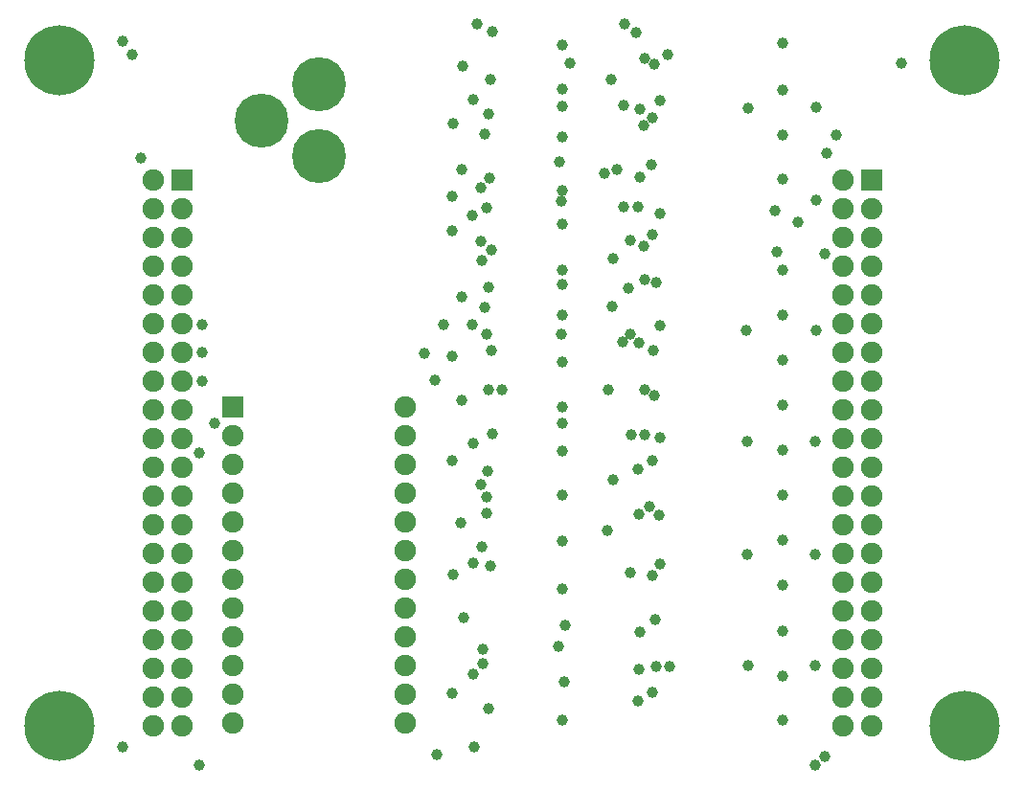
<source format=gbs>
G04*
G04 #@! TF.GenerationSoftware,Altium Limited,Altium Designer,24.2.2 (26)*
G04*
G04 Layer_Color=16711935*
%FSLAX25Y25*%
%MOIN*%
G70*
G04*
G04 #@! TF.SameCoordinates,5F3C5C40-F4FD-4A7E-B3CF-B0B929BE72FD*
G04*
G04*
G04 #@! TF.FilePolarity,Negative*
G04*
G01*
G75*
%ADD21C,0.07480*%
%ADD22C,0.18787*%
%ADD23R,0.07480X0.07480*%
%ADD24R,0.07480X0.07480*%
%ADD25C,0.24410*%
%ADD26C,0.03937*%
D21*
X292500Y190000D02*
D03*
Y110000D02*
D03*
Y120000D02*
D03*
X302500D02*
D03*
X292500Y180000D02*
D03*
X52500Y60000D02*
D03*
Y120000D02*
D03*
X62500Y170000D02*
D03*
X140400Y21000D02*
D03*
Y101000D02*
D03*
Y111000D02*
D03*
Y121000D02*
D03*
Y131000D02*
D03*
Y91000D02*
D03*
Y81000D02*
D03*
Y71000D02*
D03*
Y61000D02*
D03*
Y51000D02*
D03*
Y41000D02*
D03*
Y31000D02*
D03*
X80400Y21000D02*
D03*
Y31000D02*
D03*
Y41000D02*
D03*
Y51000D02*
D03*
Y61000D02*
D03*
Y71000D02*
D03*
Y81000D02*
D03*
Y91000D02*
D03*
Y121000D02*
D03*
Y111000D02*
D03*
Y101000D02*
D03*
X52500Y210000D02*
D03*
X62500Y200000D02*
D03*
X52500D02*
D03*
X62500Y190000D02*
D03*
X52500D02*
D03*
X62500Y180000D02*
D03*
X52500D02*
D03*
Y170000D02*
D03*
X62500Y160000D02*
D03*
X52500D02*
D03*
X62500Y150000D02*
D03*
X52500D02*
D03*
X62500Y140000D02*
D03*
X52500D02*
D03*
X62500Y130000D02*
D03*
X52500D02*
D03*
X62500Y120000D02*
D03*
Y110000D02*
D03*
X52500D02*
D03*
X62500Y100000D02*
D03*
X52500D02*
D03*
X62500Y90000D02*
D03*
X52500D02*
D03*
X62500Y80000D02*
D03*
X52500D02*
D03*
X62500Y70000D02*
D03*
X52500D02*
D03*
X62500Y60000D02*
D03*
Y50000D02*
D03*
X52500D02*
D03*
X62500Y40000D02*
D03*
X52500D02*
D03*
X62500Y30000D02*
D03*
X52500D02*
D03*
X292500Y210000D02*
D03*
X302500Y200000D02*
D03*
X292500D02*
D03*
X302500Y190000D02*
D03*
Y180000D02*
D03*
Y170000D02*
D03*
X292500D02*
D03*
X302500Y160000D02*
D03*
X292500D02*
D03*
X302500Y150000D02*
D03*
X292500D02*
D03*
X302500Y140000D02*
D03*
X292500D02*
D03*
X302500Y130000D02*
D03*
X292500D02*
D03*
X302500Y110000D02*
D03*
Y100000D02*
D03*
X292500D02*
D03*
X302500Y90000D02*
D03*
X292500D02*
D03*
X302500Y80000D02*
D03*
X292500D02*
D03*
X302500Y70000D02*
D03*
X292500D02*
D03*
X302500Y60000D02*
D03*
X292500D02*
D03*
X302500Y50000D02*
D03*
X292500D02*
D03*
X302500Y40000D02*
D03*
X292500D02*
D03*
X302500Y30000D02*
D03*
X292500D02*
D03*
Y20000D02*
D03*
X302500D02*
D03*
X52500D02*
D03*
X62500D02*
D03*
D22*
X90400Y230800D02*
D03*
X110400Y243300D02*
D03*
Y218300D02*
D03*
D23*
X80400Y131000D02*
D03*
D24*
X62500Y210000D02*
D03*
X302500D02*
D03*
D25*
X20000Y251900D02*
D03*
X335000D02*
D03*
Y20000D02*
D03*
X20000D02*
D03*
D26*
X271800Y257700D02*
D03*
X211100Y137162D02*
D03*
X223587D02*
D03*
X169400D02*
D03*
X174000D02*
D03*
X226874Y134996D02*
D03*
X194900Y194838D02*
D03*
Y241730D02*
D03*
Y131138D02*
D03*
X271700Y131900D02*
D03*
Y116000D02*
D03*
Y147400D02*
D03*
Y100500D02*
D03*
Y163100D02*
D03*
X194900Y115676D02*
D03*
X271700Y84800D02*
D03*
Y178700D02*
D03*
X277000Y195600D02*
D03*
X194900Y100400D02*
D03*
X271700Y69000D02*
D03*
X194900Y146907D02*
D03*
Y163000D02*
D03*
X271700Y53200D02*
D03*
X194900Y84600D02*
D03*
X271700Y210300D02*
D03*
Y37500D02*
D03*
X194900Y67876D02*
D03*
X271700Y225700D02*
D03*
Y22200D02*
D03*
X194900Y178700D02*
D03*
X271700Y241400D02*
D03*
X290347Y225700D02*
D03*
X194900Y22100D02*
D03*
X194906Y206558D02*
D03*
X194900Y225054D02*
D03*
X196000Y55038D02*
D03*
X195800Y35300D02*
D03*
X313100Y250900D02*
D03*
X194900Y257100D02*
D03*
X286400Y184500D02*
D03*
X269800Y185000D02*
D03*
X216200Y200649D02*
D03*
X194596Y202633D02*
D03*
X221300Y200649D02*
D03*
X168600Y200600D02*
D03*
X218841Y121400D02*
D03*
X156700Y31300D02*
D03*
X283400Y203200D02*
D03*
X229000Y159300D02*
D03*
X286300Y9600D02*
D03*
X164300Y12900D02*
D03*
X68800Y6299D02*
D03*
X283000Y6300D02*
D03*
X151300Y10000D02*
D03*
X74100Y125400D02*
D03*
X68800Y115000D02*
D03*
X69700Y140100D02*
D03*
Y150200D02*
D03*
Y159900D02*
D03*
X150500Y140600D02*
D03*
X147100Y149800D02*
D03*
X153500Y159800D02*
D03*
X164000Y38100D02*
D03*
X167400Y41800D02*
D03*
X164000Y76800D02*
D03*
Y118600D02*
D03*
X160300Y249900D02*
D03*
X159900Y213700D02*
D03*
X157000Y229900D02*
D03*
X156800Y204600D02*
D03*
X160100Y169400D02*
D03*
X156500Y192300D02*
D03*
X159800Y90900D02*
D03*
X160000Y133500D02*
D03*
X160500Y57900D02*
D03*
X156700Y148700D02*
D03*
Y112500D02*
D03*
X156900Y72800D02*
D03*
X283100Y41200D02*
D03*
X259500D02*
D03*
X283100Y79700D02*
D03*
X259300D02*
D03*
X283000Y119000D02*
D03*
X259300Y119193D02*
D03*
X283200Y157900D02*
D03*
X259100Y157700D02*
D03*
X269000Y199300D02*
D03*
X259600Y235100D02*
D03*
X283400Y235600D02*
D03*
X220700Y261500D02*
D03*
X216700Y264401D02*
D03*
X169200Y26000D02*
D03*
X221200Y28788D02*
D03*
X167176Y46624D02*
D03*
X227503Y40749D02*
D03*
X221500Y39700D02*
D03*
X226400Y31700D02*
D03*
X232400Y40900D02*
D03*
X221995Y52833D02*
D03*
X227152Y57141D02*
D03*
X193800Y47700D02*
D03*
X170000Y75700D02*
D03*
X218600Y73600D02*
D03*
X210500Y87946D02*
D03*
X166900Y82300D02*
D03*
X168600Y94100D02*
D03*
X221700Y93700D02*
D03*
X225200Y96600D02*
D03*
X228676Y93376D02*
D03*
X168800Y99900D02*
D03*
X212600Y105800D02*
D03*
X166800Y104100D02*
D03*
X169000Y108800D02*
D03*
X221300Y109300D02*
D03*
X170600Y121700D02*
D03*
X195100Y125500D02*
D03*
X223600Y121400D02*
D03*
X170300Y150800D02*
D03*
X216000Y153738D02*
D03*
X221500Y153300D02*
D03*
X168800Y156400D02*
D03*
X226600Y150800D02*
D03*
X218800Y156600D02*
D03*
X194800D02*
D03*
X194900Y173809D02*
D03*
X212200Y166100D02*
D03*
X168000Y165700D02*
D03*
X218000Y172400D02*
D03*
X169200Y172900D02*
D03*
X223700Y175400D02*
D03*
X227493Y174346D02*
D03*
X212800Y182700D02*
D03*
X167100Y182200D02*
D03*
X194100Y216462D02*
D03*
X209500Y212362D02*
D03*
X170200Y185900D02*
D03*
X223339Y187177D02*
D03*
X166800Y188800D02*
D03*
X218800Y189200D02*
D03*
X225992Y215412D02*
D03*
X226400Y191000D02*
D03*
X163700Y197700D02*
D03*
X169800Y210700D02*
D03*
X166600Y207400D02*
D03*
X163800Y159700D02*
D03*
X164000Y238200D02*
D03*
X214100Y213647D02*
D03*
X222048Y211148D02*
D03*
X216300Y236005D02*
D03*
X195000Y235676D02*
D03*
X169233Y233246D02*
D03*
X168000Y226100D02*
D03*
X223400Y229200D02*
D03*
X221843Y234900D02*
D03*
X226400Y231800D02*
D03*
X170000Y245100D02*
D03*
X211900D02*
D03*
X165200Y264401D02*
D03*
X170800Y261800D02*
D03*
X197700Y250838D02*
D03*
X223600Y252400D02*
D03*
X226932Y250302D02*
D03*
X226400Y72600D02*
D03*
Y112500D02*
D03*
X42100Y12900D02*
D03*
X229000Y237800D02*
D03*
X287000Y219400D02*
D03*
X48300Y217900D02*
D03*
X45400Y253800D02*
D03*
X41900Y258500D02*
D03*
X231600Y253753D02*
D03*
X229100Y198400D02*
D03*
X228900Y120500D02*
D03*
X229000Y76500D02*
D03*
M02*

</source>
